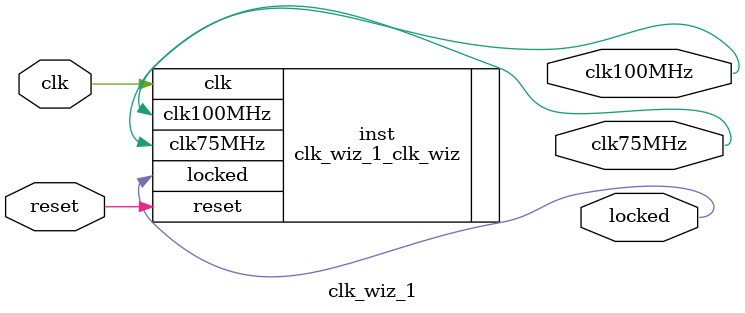
<source format=v>


`timescale 1ps/1ps

(* CORE_GENERATION_INFO = "clk_wiz_1,clk_wiz_v5_4_2_0,{component_name=clk_wiz_1,use_phase_alignment=true,use_min_o_jitter=false,use_max_i_jitter=false,use_dyn_phase_shift=false,use_inclk_switchover=false,use_dyn_reconfig=false,enable_axi=0,feedback_source=FDBK_AUTO,PRIMITIVE=MMCM,num_out_clk=2,clkin1_period=10.000,clkin2_period=10.000,use_power_down=false,use_reset=true,use_locked=true,use_inclk_stopped=false,feedback_type=SINGLE,CLOCK_MGR_TYPE=NA,manual_override=false}" *)

module clk_wiz_1 
 (
  // Clock out ports
  output        clk100MHz,
  output        clk75MHz,
  // Status and control signals
  input         reset,
  output        locked,
 // Clock in ports
  input         clk
 );

  clk_wiz_1_clk_wiz inst
  (
  // Clock out ports  
  .clk100MHz(clk100MHz),
  .clk75MHz(clk75MHz),
  // Status and control signals               
  .reset(reset), 
  .locked(locked),
 // Clock in ports
  .clk(clk)
  );

endmodule

</source>
